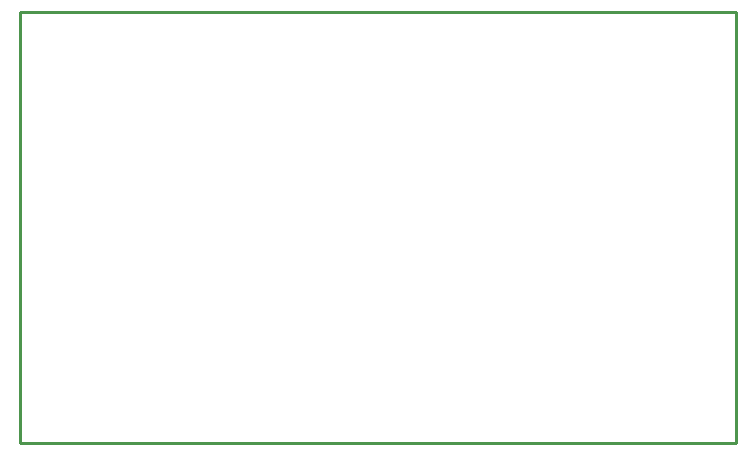
<source format=gm1>
%FSLAX44Y44*%
%MOMM*%
G71*
G01*
G75*
G04 Layer_Color=16711935*
%ADD10R,1.2500X1.4000*%
%ADD11R,1.6000X2.1000*%
%ADD12R,1.3500X1.0000*%
%ADD13R,1.2000X1.2000*%
%ADD14R,1.2000X1.2000*%
%ADD15R,1.5000X2.0000*%
%ADD16C,0.2500*%
%ADD17C,0.5000*%
%ADD18C,0.3000*%
%ADD19C,1.0000*%
%ADD20C,1.5000*%
%ADD21C,0.2540*%
%ADD22R,1.5000X1.5000*%
%ADD23C,1.5000*%
%ADD24R,1.5000X1.5000*%
%ADD25C,2.2000*%
%ADD26C,0.6000*%
%ADD27C,0.7000*%
%ADD28R,1.8000X1.7000*%
%ADD29R,1.7000X1.8000*%
%ADD30R,1.4000X1.2500*%
%ADD31R,1.0000X1.3500*%
%ADD32R,1.1000X1.3000*%
%ADD33R,0.9000X2.1500*%
%ADD34R,3.2500X2.1500*%
%ADD35O,0.2500X1.2500*%
%ADD36O,1.2500X0.2500*%
%ADD37O,0.6000X1.4500*%
%ADD38R,1.4532X1.6032*%
%ADD39R,1.8032X2.3032*%
%ADD40R,1.5532X1.2032*%
%ADD41R,1.4032X1.4032*%
%ADD42R,1.4032X1.4032*%
%ADD43R,1.7032X2.2032*%
%ADD44R,1.7032X1.7032*%
%ADD45C,1.7032*%
%ADD46R,1.7032X1.7032*%
%ADD47C,2.4032*%
%ADD48C,0.8032*%
%ADD49C,0.9032*%
%ADD50R,2.0032X1.9032*%
%ADD51R,1.9032X2.0032*%
%ADD52R,1.6032X1.4532*%
%ADD53R,1.2032X1.5532*%
%ADD54R,1.3032X1.5032*%
%ADD55R,1.1032X2.3532*%
%ADD56R,3.4532X2.3532*%
%ADD57O,0.4532X1.4532*%
%ADD58O,1.4532X0.4532*%
%ADD59O,0.8032X1.6532*%
D21*
X607000Y0D02*
Y364550D01*
X0Y0D02*
X607000D01*
X0D02*
Y363800D01*
X50Y364550D02*
X607000D01*
Y0D02*
Y364550D01*
X0Y0D02*
X607000D01*
X0D02*
Y363800D01*
X50Y364550D02*
X607000D01*
M02*

</source>
